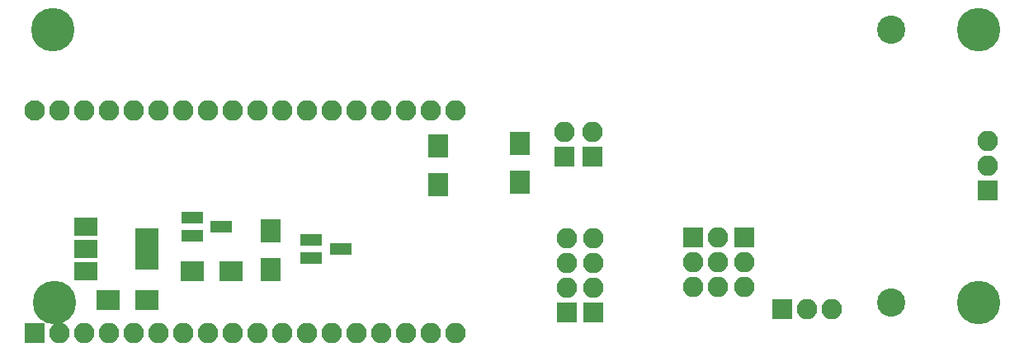
<source format=gbr>
G04 #@! TF.FileFunction,Soldermask,Bot*
%FSLAX46Y46*%
G04 Gerber Fmt 4.6, Leading zero omitted, Abs format (unit mm)*
G04 Created by KiCad (PCBNEW 4.0.7) date 04/05/18 15:18:43*
%MOMM*%
%LPD*%
G01*
G04 APERTURE LIST*
%ADD10C,0.100000*%
%ADD11O,2.100000X2.100000*%
%ADD12R,2.100000X2.100000*%
%ADD13C,2.100000*%
%ADD14R,2.300000X1.200000*%
%ADD15R,2.400000X4.200000*%
%ADD16R,2.400000X1.900000*%
%ADD17R,2.100000X2.400000*%
%ADD18R,2.400000X2.100000*%
%ADD19C,4.464000*%
%ADD20C,2.900000*%
%ADD21R,2.400000X2.000000*%
G04 APERTURE END LIST*
D10*
D11*
X137530000Y-108960000D03*
X134990000Y-108960000D03*
X132450000Y-108960000D03*
X129910000Y-108960000D03*
X127370000Y-108960000D03*
X124830000Y-108960000D03*
X122290000Y-108960000D03*
X119750000Y-108960000D03*
X117210000Y-108960000D03*
X114670000Y-108960000D03*
X112130000Y-108960000D03*
X109590000Y-108960000D03*
X107050000Y-108960000D03*
X104510000Y-108960000D03*
X101970000Y-108960000D03*
X99430000Y-108960000D03*
X96890000Y-108960000D03*
D12*
X94350000Y-108960000D03*
D13*
X94350000Y-86100000D03*
D11*
X96890000Y-86100000D03*
X99430000Y-86100000D03*
X101970000Y-86100000D03*
X104510000Y-86100000D03*
X107050000Y-86100000D03*
X109590000Y-86100000D03*
X112130000Y-86100000D03*
X114670000Y-86100000D03*
X117210000Y-86100000D03*
X119750000Y-86100000D03*
X122290000Y-86100000D03*
X124830000Y-86100000D03*
X127370000Y-86100000D03*
X129910000Y-86100000D03*
X132450000Y-86100000D03*
X134990000Y-86100000D03*
X137530000Y-86100000D03*
D12*
X171100000Y-106450000D03*
D11*
X173640000Y-106450000D03*
X176180000Y-106450000D03*
D12*
X192103000Y-94320000D03*
D11*
X192103000Y-91780000D03*
X192103000Y-89240000D03*
D12*
X151638000Y-106807000D03*
D11*
X151638000Y-104267000D03*
X151638000Y-101727000D03*
X151638000Y-99187000D03*
D12*
X151600000Y-90800000D03*
D11*
X151600000Y-88260000D03*
D12*
X167200000Y-99100000D03*
D11*
X167200000Y-101640000D03*
X167200000Y-104180000D03*
D12*
X161900000Y-99100000D03*
D11*
X164440000Y-99100000D03*
X161900000Y-101640000D03*
X164440000Y-101640000D03*
X161900000Y-104180000D03*
X164440000Y-104180000D03*
D12*
X148971000Y-106807000D03*
D11*
X148971000Y-104267000D03*
X148971000Y-101727000D03*
X148971000Y-99187000D03*
D12*
X148700000Y-90800000D03*
D11*
X148700000Y-88260000D03*
D14*
X110527000Y-98962000D03*
X110527000Y-97062000D03*
X113527000Y-98012000D03*
X122727000Y-101262000D03*
X122727000Y-99362000D03*
X125727000Y-100312000D03*
D15*
X105877000Y-100312000D03*
D16*
X99577000Y-100312000D03*
X99577000Y-98012000D03*
X99577000Y-102612000D03*
D17*
X144145000Y-89440000D03*
X144145000Y-93440000D03*
X135763000Y-89694000D03*
X135763000Y-93694000D03*
D18*
X110527000Y-102612000D03*
X114527000Y-102612000D03*
D17*
X118577360Y-98444300D03*
X118577360Y-102444300D03*
D19*
X96420000Y-105770000D03*
X191170000Y-105770000D03*
X191180000Y-77770000D03*
X96180000Y-77770000D03*
D20*
X182200000Y-105800000D03*
X182200000Y-77800000D03*
D21*
X105900000Y-105500000D03*
X101900000Y-105500000D03*
M02*

</source>
